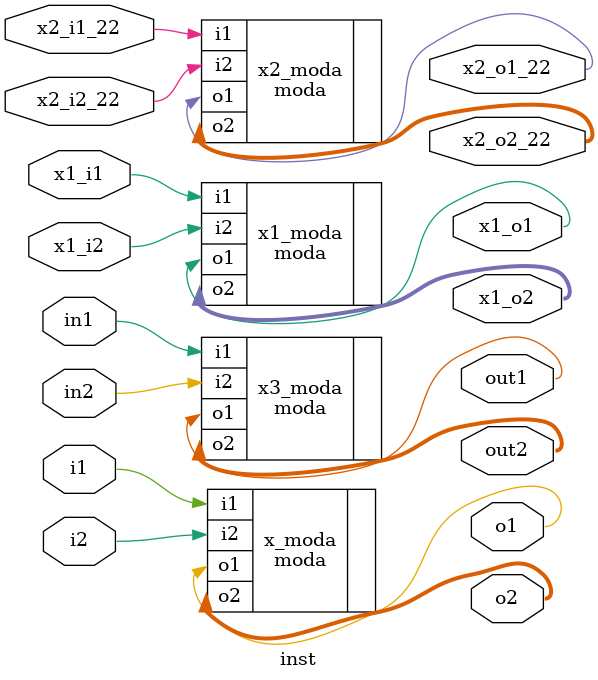
<source format=sv>
module inst (
  i1, 
  i2, 
  in1, 
  in2, 
  o1, 
  o2, 
  out1, 
  out2, 
  x1_i1, 
  x1_i2, 
  x1_o1, 
  x1_o2, 
  x2_i1_22, 
  x2_i2_22, 
  x2_o1_22, 
  x2_o2_22);


input             i1;
input             i2;
input             in1;
input             in2;
output            o1;
output  [1   :0]  o2;
output            out1;
output  [1   :0]  out2;
input             x1_i1;
input             x1_i2;
output            x1_o1;
output  [1   :0]  x1_o2;
input             x2_i1_22;
input             x2_i2_22;
output            x2_o1_22;
output  [1   :0]  x2_o2_22;

logic             i1;
logic             i2;
logic             in1;
logic             in2;
logic             o1;
logic   [1   :0]  o2;
logic             out1;
logic   [1   :0]  out2;
logic             x1_i1;
logic             x1_i2;
logic             x1_o1;
logic   [1   :0]  x1_o2;
logic             x2_i1_22;
logic             x2_i2_22;
logic             x2_o1_22;
logic   [1   :0]  x2_o2_22;

moda x_moda (
                .i1 (i1),
                .i2 (i2),
                .o1 (o1),
                .o2 (o2)
            );

moda x1_moda (
                 .i1 (x1_i1),
                 .i2 (x1_i2),
                 .o1 (x1_o1),
                 .o2 (x1_o2)
             );

moda x2_moda (
                 .i1 (x2_i1_22),
                 .i2 (x2_i2_22),
                 .o1 (x2_o1_22),
                 .o2 (x2_o2_22)
             );

moda x3_moda (
                 .i1 (in1),
                 .i2 (in2),
                 .o1 (out1),
                 .o2 (out2)
             );

endmodule

</source>
